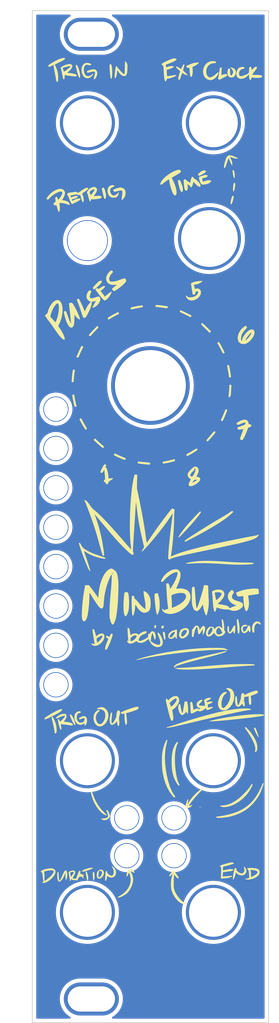
<source format=kicad_pcb>
(kicad_pcb (version 20240108) (generator "pcbnew") (generator_version "8.0")
  (layers (0 "F.Cu" signal) (31 "B.Cu" signal) (34 "B.Paste" user) (35 "F.Paste" user) (36 "B.SilkS" user "B.Silkscreen") (37 "F.SilkS" user "F.Silkscreen") (38 "B.Mask" user) (39 "F.Mask" user) (44 "Edge.Cuts" user))
  (net 0 "")
  (footprint "benjiaomodular:PanelHole_AudioJack_3.5mm" (layer "F.Cu") (at 108.424 120.65 90)
    (property "Reference" "REF**")
    (property "Value" "PanelHole_AudioJack_3.5mm")
    (pad "" np_thru_hole circle (at 0 6.5 270) (size 7 7) (drill 6.2) (layers "F&B.Cu" "*.Mask"))
  )
  (footprint "benjiaomodular:PanelHole_AudioJack_3.5mm" (layer "F.Cu") (at 105.424 139.9 -90)
    (property "Reference" "REF**")
    (property "Value" "PanelHole_AudioJack_3.5mm")
    (pad "" np_thru_hole circle (at 0 6.5 90) (size 7 7) (drill 6.2) (layers "F&B.Cu" "*.Mask"))
  )
  (footprint "benjiaomodular:Panel_6HP" (layer "F.Cu") (at 91.924 25.4)
    (property "Reference" "REF**")
    (property "Value" "Panel_6HP")
    (pad "" thru_hole oval (at 7.5 3) (size 7 4.2) (drill oval 6 3.2) (layers "*.Cu" "*.Mask"))
    (pad "" thru_hole oval (at 7.5 125.5) (size 7 4.2) (drill oval 6 3.2) (layers "*.Cu" "*.Mask"))
  )
  (footprint "benjiaomodular:PanelHole_Potentiometer_RV09" (layer "F.Cu") (at 111.924 61.8425 90)
    (property "Reference" "REF**" (hide yes))
    (property "Value" "PanelHole_Potentiometer_RV09" (hide yes))
    (pad "" np_thru_hole circle (at 7.5 2.5 180) (size 8 8) (drill 7.2) (layers "F&B.Cu" "*.Mask"))
  )
  (footprint "LOGO" (layer "F.Cu") (at 107.06578 89.663375)
    (property "Reference" "G***" (hide yes))
    (property "Value" "LOGO" (hide yes))
  )
  (footprint "benjiaomodular:PanelHole_AudioJack_3.5mm" (layer "F.Cu") (at 105.424 120.65 -90)
    (property "Reference" "REF**")
    (property "Value" "PanelHole_AudioJack_3.5mm")
    (pad "" np_thru_hole circle (at 0 6.5 90) (size 7 7) (drill 6.2) (layers "F&B.Cu" "*.Mask"))
  )
  (footprint "benjiaomodular:PanelHole_AudioJack_3.5mm" (layer "F.Cu") (at 108.424 39.65 90)
    (property "Reference" "REF**")
    (property "Value" "PanelHole_AudioJack_3.5mm")
    (pad "" np_thru_hole circle (at 0 6.5 270) (size 7 7) (drill 6.2) (layers "F&B.Cu" "*.Mask"))
  )
  (footprint "benjiaomodular:PanelHole_AudioJack_3.5mm" (layer "F.Cu") (at 108.424 139.9 90)
    (property "Reference" "REF**")
    (property "Value" "PanelHole_AudioJack_3.5mm")
    (pad "" np_thru_hole circle (at 0 6.5 270) (size 7 7) (drill 6.2) (layers "F&B.Cu" "*.Mask"))
  )
  (footprint "benjiaomodular:PanelHole_AudioJack_3.5mm" (layer "F.Cu") (at 105.424 39.65 -90)
    (property "Reference" "REF**")
    (property "Value" "PanelHole_AudioJack_3.5mm")
    (pad "" np_thru_hole circle (at 0 6.5 90) (size 7 7) (drill 6.2) (layers "F&B.Cu" "*.Mask"))
  )
  (gr_rect (start 91.924 25.4) (end 121.924 153.9) (stroke (width 0.1)) (fill none) (layer "Edge.Cuts"))
  (via (at 94.924 101) (size 3.2) (drill 3) (layers "F.Cu" "B.Cu") (net 0))
  (via (at 94.924 106) (size 3.2) (drill 3) (layers "F.Cu" "B.Cu") (net 0))
  (via (at 94.924 111) (size 3.2) (drill 3) (layers "F.Cu" "B.Cu") (net 0))
  (via (at 109.924 132.7) (size 3.2) (drill 3) (layers "F.Cu" "B.Cu") (net 0))
  (via (at 109.924 127.9) (size 3.2) (drill 3) (layers "F.Cu" "B.Cu") (net 0))
  (via (at 94.924 91) (size 3.2) (drill 3) (layers "F.Cu" "B.Cu") (net 0))
  (via (at 94.924 81) (size 3.2) (drill 3) (layers "F.Cu" "B.Cu") (net 0))
  (via (at 103.924 127.9) (size 3.2) (drill 3) (layers "F.Cu" "B.Cu") (net 0))
  (via (at 106.924 73) (size 10) (drill 9) (layers "F.Cu" "B.Cu") (net 0))
  (via (at 98.924 54.6) (size 5.2) (drill 5) (layers "F.Cu" "B.Cu") (net 0))
  (via (at 94.924 86) (size 3.2) (drill 3) (layers "F.Cu" "B.Cu") (net 0))
  (via (at 94.924 96) (size 3.2) (drill 3) (layers "F.Cu" "B.Cu") (net 0))
  (via (at 94.924 76) (size 3.2) (drill 3) (layers "F.Cu" "B.Cu") (net 0))
  (via (at 103.924 132.7) (size 3.2) (drill 3) (layers "F.Cu" "B.Cu") (net 0))
  (zone (net 0) (net_name "") (layer "F.Cu") (connect_pads (clearance 0.5)) (min_thickness 0.25) (fill yes (thermal_gap 0.5) (thermal_bridge_width 0.5) (island_removal_mode 1) (island_area_min 10))
    (polygon (pts (xy 92.424 25.9) (xy 121.424 25.9) (xy 121.424 153.4) (xy 92.424 153.4)))
  )
  (zone (net 0) (net_name "") (layer "B.Cu") (priority 1) (connect_pads (clearance 0.5)) (min_thickness 0.25) (fill yes (thermal_gap 0.5) (thermal_bridge_width 0.5) (island_removal_mode 1) (island_area_min 10))
    (polygon (pts (xy 92.424 153.4) (xy 92.424 25.9) (xy 121.424 25.9) (xy 121.424 153.4)))
  )
)
</source>
